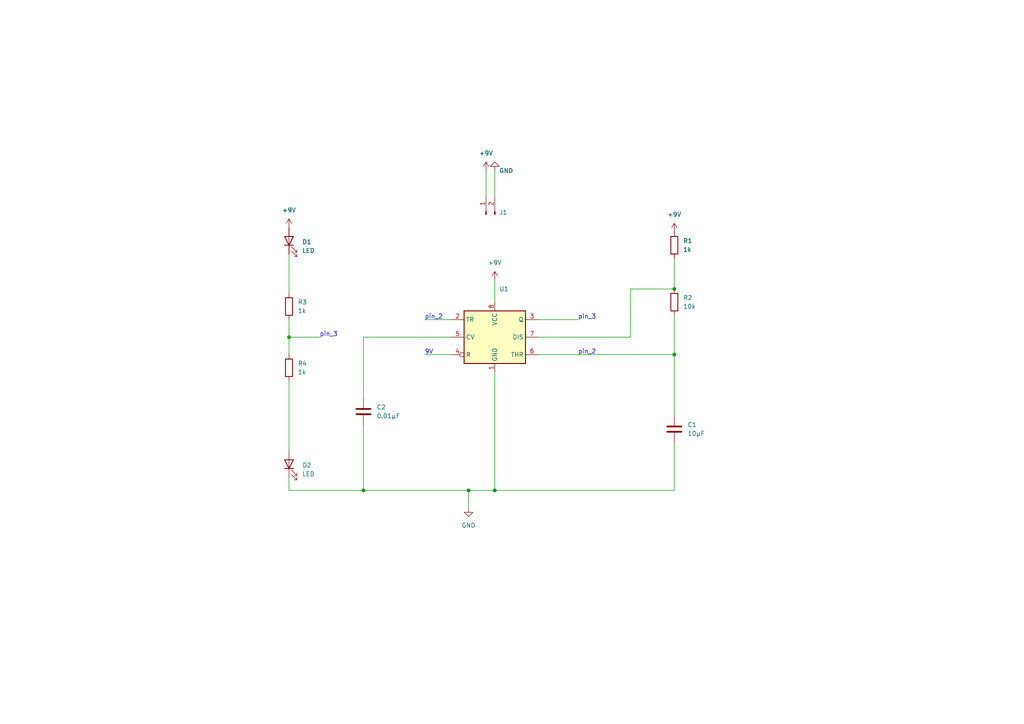
<source format=kicad_sch>
(kicad_sch (version 20211123) (generator eeschema)
  (paper "A4")
  (lib_symbols
    (symbol "Connector:Conn_01x02_Male" (pin_names (offset 1.016) hide)
      (property "Reference" "J" (at -3.81 -1.27 90))
      (property "Value" "Conn_01x02_Male" (at 3.81 -1.27 90))
      (symbol "Conn_01x02_Male_1_1"
        (rectangle (start -1.397 -0.4064) (end -1.143 -1.27) (stroke (width 0.1524)) (fill (type outline)))
        (polyline (pts (xy -1.27 0) (xy -1.27 -0.4064)) (stroke (width 0.1524)))
        (polyline (pts (xy 1.27 0) (xy 1.27 -0.4064)) (stroke (width 0.1524)))
        (rectangle (start 1.143 -0.4064) (end 1.397 -1.27) (stroke (width 0.1524)) (fill (type outline)))
        (pin passive line (at -1.27 3.81 270) (length 3.81) (name "Pin_1") (number "1"))
        (pin passive line (at 1.27 3.81 270) (length 3.81) (name "Pin_2") (number "2"))
      )
    )
    (symbol "Device:C" (pin_numbers hide) (pin_names (offset 0.254))
      (property "Reference" "C" (at 0.635 2.54 0))
      (property "Value" "C" (at 0.635 -2.54 0))
      (symbol "C_0_1"
        (polyline (pts (xy -2.032 -0.762) (xy 2.032 -0.762)) (stroke (width 0.508)))
        (polyline (pts (xy -2.032 0.762) (xy 2.032 0.762)) (stroke (width 0.508)))
      )
      (symbol "C_1_1"
        (pin passive line (at 0 3.81 270) (length 2.794) (name "~") (number "1"))
        (pin passive line (at 0 -3.81 90) (length 2.794) (name "~") (number "2"))
      )
    )
    (symbol "Device:LED" (pin_numbers hide) (pin_names (offset 1.016) hide)
      (property "Reference" "D" (at -3.175 0.635 90))
      (property "Value" "LED" (at 1.905 0.635 90))
      (symbol "LED_0_1"
        (polyline (pts (xy -0.635 -0.635) (xy -0.635 1.905)))
        (polyline (pts (xy 0.635 -0.635) (xy -1.905 -0.635)) (stroke (width 0.254)))
        (polyline (pts (xy 0.635 1.905) (xy -1.905 1.905) (xy -0.635 -0.635) (xy 0.635 1.905)) (stroke (width 0.254)))
        (polyline (pts (xy 0.127 -2.413) (xy 1.651 -3.937) (xy 1.651 -3.175) (xy 1.651 -3.937) (xy 0.889 -3.937)))
        (polyline (pts (xy 0.127 -1.143) (xy 1.651 -2.667) (xy 1.651 -1.905) (xy 1.651 -2.667) (xy 0.889 -2.667)))
      )
      (symbol "LED_1_1"
        (pin passive line (at -0.635 -3.175 90) (length 2.54) (name "K") (number "1"))
        (pin passive line (at -0.635 4.445 270) (length 2.54) (name "A") (number "2"))
      )
    )
    (symbol "Device:R" (pin_numbers hide) (pin_names (offset 0))
      (property "Reference" "R" (at 2.032 0 90))
      (property "Value" "R" (at 0 0 90))
      (symbol "R_0_1"
        (rectangle (start -1.016 -2.54) (end 1.016 2.54) (stroke (width 0.254)))
      )
      (symbol "R_1_1"
        (pin passive line (at 0 3.81 270) (length 1.27) (name "~") (number "1"))
        (pin passive line (at 0 -3.81 90) (length 1.27) (name "~") (number "2"))
      )
    )
    (symbol "Timer:NE555D"
      (property "Reference" "U" (at -10.16 8.89 0))
      (property "Value" "NE555D" (at 2.54 8.89 0))
      (symbol "NE555D_0_0"
        (pin power_in line (at 0 -10.16 90) (length 2.54) (name "GND") (number "1"))
        (pin power_in line (at 0 10.16 270) (length 2.54) (name "VCC") (number "8"))
      )
      (symbol "NE555D_0_1"
        (rectangle (start -8.89 -7.62) (end 8.89 7.62) (stroke (width 0.254)) (fill (type background)))
        (rectangle (start -8.89 -7.62) (end 8.89 7.62) (stroke (width 0.254)) (fill (type background)))
      )
      (symbol "NE555D_1_1"
        (pin input line (at -12.7 5.08 0) (length 3.81) (name "TR") (number "2"))
        (pin output line (at 12.7 5.08 180) (length 3.81) (name "Q") (number "3"))
        (pin input inverted (at -12.7 -5.08 0) (length 3.81) (name "R") (number "4"))
        (pin input line (at -12.7 0 0) (length 3.81) (name "CV") (number "5"))
        (pin input line (at 12.7 -5.08 180) (length 3.81) (name "THR") (number "6"))
        (pin input line (at 12.7 0 180) (length 3.81) (name "DIS") (number "7"))
      )
    )
    (symbol "power:+9V" (power) (pin_names (offset 0))
      (property "Value" "+9V" (at 0 3.556 0))
      (symbol "+9V_0_1"
        (polyline (pts (xy -0.762 1.27) (xy 0 2.54)))
        (polyline (pts (xy 0 0) (xy 0 2.54)))
        (polyline (pts (xy 0 2.54) (xy 0.762 1.27)))
      )
      (symbol "+9V_1_1"
        (pin power_in line (at 0 0 90) (length 0) hide (name "+9V") (number "1"))
      )
    )
    (symbol "power:GND" (power) (pin_names (offset 0))
      (property "Value" "GND" (at 0 -3.81 0))
      (symbol "GND_0_1"
        (polyline (pts (xy 0 0) (xy 0 -1.27) (xy 1.27 -1.27) (xy 0 -2.54) (xy -1.27 -1.27) (xy 0 -1.27)))
      )
      (symbol "GND_1_1"
        (pin power_in line (at 0 0 270) (length 0) hide (name "GND") (number "1"))
      )
    )
  )
  (junction (at 105.41 142.24))
  (junction (at 143.51 142.24))
  (junction (at 195.58 83.82))
  (junction (at 83.82 97.79))
  (junction (at 135.89 142.24))
  (junction (at 195.58 102.87))
  (wire (pts (xy 140.97 49.53) (xy 140.97 57.15)))
  (wire (pts (xy 105.41 123.19) (xy 105.41 142.24)))
  (wire (pts (xy 195.58 102.87) (xy 195.58 120.65)))
  (wire (pts (xy 156.21 92.71) (xy 167.64 92.71)))
  (wire (pts (xy 195.58 91.44) (xy 195.58 102.87)))
  (wire (pts (xy 105.41 142.24) (xy 135.89 142.24)))
  (wire (pts (xy 156.21 102.87) (xy 195.58 102.87)))
  (wire (pts (xy 135.89 147.32) (xy 135.89 142.24)))
  (wire (pts (xy 83.82 97.79) (xy 92.71 97.79)))
  (wire (pts (xy 143.51 49.53) (xy 143.51 57.15)))
  (wire (pts (xy 156.21 97.79) (xy 182.88 97.79)))
  (wire (pts (xy 123.19 102.87) (xy 130.81 102.87)))
  (wire (pts (xy 195.58 142.24) (xy 143.51 142.24)))
  (wire (pts (xy 195.58 74.93) (xy 195.58 83.82)))
  (wire (pts (xy 105.41 142.24) (xy 83.82 142.24)))
  (wire (pts (xy 83.82 97.79) (xy 83.82 102.87)))
  (wire (pts (xy 105.41 115.57) (xy 105.41 97.79)))
  (wire (pts (xy 182.88 83.82) (xy 195.58 83.82)))
  (wire (pts (xy 135.89 142.24) (xy 143.51 142.24)))
  (wire (pts (xy 83.82 138.43) (xy 83.82 142.24)))
  (wire (pts (xy 83.82 92.71) (xy 83.82 97.79)))
  (wire (pts (xy 182.88 97.79) (xy 182.88 83.82)))
  (wire (pts (xy 83.82 110.49) (xy 83.82 130.81)))
  (wire (pts (xy 123.19 92.71) (xy 130.81 92.71)))
  (wire (pts (xy 195.58 128.27) (xy 195.58 142.24)))
  (wire (pts (xy 143.51 81.28) (xy 143.51 87.63)))
  (wire (pts (xy 83.82 73.66) (xy 83.82 85.09)))
  (wire (pts (xy 130.81 97.79) (xy 105.41 97.79)))
  (wire (pts (xy 143.51 142.24) (xy 143.51 107.95)))
  (text "pin_2" (at 167.64 102.87 0) (effects (font (size 1.27 1.27)) (justify left bottom)))
  (text "pin_3" (at 167.64 92.71 0) (effects (font (size 1.27 1.27)) (justify left bottom)))
  (text "pin_2" (at 123.19 92.71 0) (effects (font (size 1.27 1.27)) (justify left bottom)))
  (text "pin_3" (at 92.71 97.79 0) (effects (font (size 1.27 1.27)) (justify left bottom)))
  (text "9V" (at 123.19 102.87 0) (effects (font (size 1.27 1.27)) (justify left bottom)))
  (symbol (lib_id "power:GND") (at 135.89 147.32 0) (unit 1)
    (property "Reference" "#PWR?" (effects hide))
    (property "Value" "GND" (at 135.89 152.4 0))
  )
  (symbol (lib_id "power:+9V") (at 83.82 66.04 0) (unit 1)
    (property "Reference" "#PWR?" (effects hide))
    (property "Value" "+9V" (at 83.82 60.96 0))
  )
  (symbol (lib_id "Device:C") (at 105.41 119.38 0) (unit 1)
    (property "Reference" "C2" (at 109.22 118.1099 0) (effects (justify left)))
    (property "Value" "0.01µF" (at 109.22 120.6499 0) (effects (justify left)))
    (property "Footprint" "Capacitor_SMD:C_0805_2012Metric_Pad1.18x1.45mm_HandSolder" (effects hide))
  )
  (symbol (lib_id "Device:C") (at 195.58 124.46 0) (unit 1)
    (property "Reference" "C1" (at 199.39 123.1899 0) (effects (justify left)))
    (property "Value" "10µF" (at 199.39 125.7299 0) (effects (justify left)))
    (property "Footprint" "Capacitor_Tantalum_SMD:CP_EIA-3216-18_Kemet-A_Pad1.58x1.35mm_HandSolder" (effects hide))
  )
  (symbol (lib_id "power:+9V") (at 143.51 81.28 0) (unit 1)
    (property "Reference" "#PWR?" (effects hide))
    (property "Value" "+9V" (at 143.51 76.2 0))
  )
  (symbol (lib_id "power:+9V") (at 140.97 49.53 0) (unit 1)
    (property "Reference" "#PWR?" (effects hide))
    (property "Value" "+9V" (at 140.97 44.45 0))
  )
  (symbol (lib_id "Device:R") (at 83.82 106.68 0) (unit 1)
    (property "Reference" "R4" (at 86.36 105.4099 0) (effects (justify left)))
    (property "Value" "1k" (at 86.36 107.9499 0) (effects (justify left)))
    (property "Footprint" "Resistor_SMD:R_0805_2012Metric_Pad1.20x1.40mm_HandSolder" (effects hide))
  )
  (symbol (lib_id "Device:LED") (at 84.455 70.485 0) (unit 1)
    (property "Reference" "D1" (at 87.63 70.1674 0) (effects (justify left)))
    (property "Value" "LED" (at 87.63 72.7074 0) (effects (justify left)))
    (property "Footprint" "LED_SMD:LED_1206_3216Metric_Pad1.42x1.75mm_HandSolder" (effects hide))
  )
  (symbol (lib_id "Device:R") (at 195.58 87.63 0) (unit 1)
    (property "Reference" "R2" (at 198.12 86.3599 0) (effects (justify left)))
    (property "Value" "10k" (at 198.12 88.8999 0) (effects (justify left)))
    (property "Footprint" "Resistor_SMD:R_0805_2012Metric_Pad1.20x1.40mm_HandSolder" (effects hide))
  )
  (symbol (lib_id "power:GND") (at 143.51 49.53 180) (unit 1)
    (property "Reference" "#PWR?" (effects hide))
    (property "Value" "GND" (at 144.78 49.53 0) (effects (justify right)))
  )
  (symbol (lib_id "Device:R") (at 195.58 71.12 0) (unit 1)
    (property "Reference" "R1" (at 198.12 69.8499 0) (effects (justify left)))
    (property "Value" "1k" (at 198.12 72.3899 0) (effects (justify left)))
    (property "Footprint" "Resistor_SMD:R_0805_2012Metric_Pad1.20x1.40mm_HandSolder" (effects hide))
  )
  (symbol (lib_id "power:+9V") (at 195.58 67.31 0) (unit 1)
    (property "Reference" "#PWR?" (effects hide))
    (property "Value" "+9V" (at 195.58 62.23 0))
  )
  (symbol (lib_id "Device:LED") (at 84.455 135.255 0) (unit 1)
    (property "Reference" "D2" (at 87.63 134.9374 0) (effects (justify left)))
    (property "Value" "LED" (at 87.63 137.4774 0) (effects (justify left)))
    (property "Footprint" "LED_SMD:LED_1206_3216Metric_Pad1.42x1.75mm_HandSolder" (effects hide))
  )
  (symbol (lib_id "Device:R") (at 83.82 88.9 0) (unit 1)
    (property "Reference" "R3" (at 86.36 87.6299 0) (effects (justify left)))
    (property "Value" "1k" (at 86.36 90.1699 0) (effects (justify left)))
    (property "Footprint" "Resistor_SMD:R_0805_2012Metric_Pad1.20x1.40mm_HandSolder" (effects hide))
  )
  (symbol (lib_id "Timer:NE555D") (at 143.51 97.79 0) (unit 1)
    (property "Reference" "U1" (at 144.78 83.82 0) (effects (justify left)))
    (property "Value" "NE555D" (effects hide))
    (property "Footprint" "Package_SO:SOIC-8-1EP_3.9x4.9mm_P1.27mm_EP2.29x3mm" (effects hide))
    (property "Datasheet" "http://www.ti.com/lit/ds/symlink/ne555.pdf" (effects hide))
  )
  (symbol (lib_id "Connector:Conn_01x02_Male") (at 142.24 60.96 0) (unit 1)
    (property "Reference" "J1" (at 144.78 61.5949 0) (effects (justify left)))
    (property "Value" "Conn_01x02_Male" (effects hide))
    (property "Footprint" "TerminalBlock:TerminalBlock_bornier-2_P5.08mm" (effects hide))
  )
)
</source>
